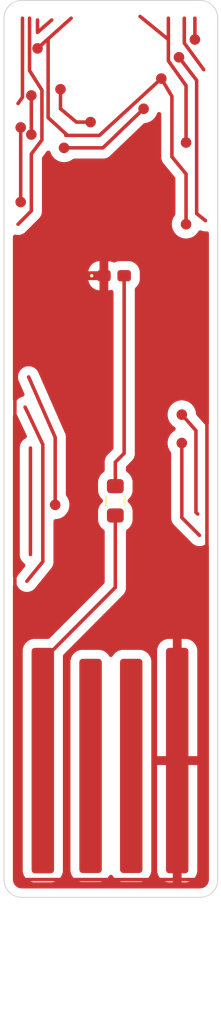
<source format=kicad_pcb>
(kicad_pcb (version 20241229) (generator "pcbnew") (generator_version "9.0")
  (layers (0 "F.Cu" signal) (2 "B.Cu" signal) (13 "F.Paste" user) (15 "B.Paste" user) (5 "F.SilkS" user "F.Silkscreen") (7 "B.SilkS" user "B.Silkscreen") (1 "F.Mask" user) (3 "B.Mask" user) (25 "Edge.Cuts" user))
  (net 0 "")
  (net 1 "GND")
  (net 2 "Net-(D1-A)")
  (net 3 "Net-(U1-VCC)")
  (footprint "Library:USB_A_PCB" (layer "F.Cu") (at 129.7 141.3)
    (property "Reference" "U1" (hide yes))
    (property "Value" "~")
    (pad "1" smd roundrect (at 0.7 -11.5) (size 1.27 12.7) (layers "F.Cu" "F.Mask" "F.Paste") (roundrect_rratio 0.15) (net 3 "Net-(U1-VCC)"))
    (pad "2" smd roundrect (at 3.4 -11.2) (size 1.27 12.065) (layers "F.Cu" "F.Mask" "F.Paste") (roundrect_rratio 0.15))
    (pad "3" smd roundrect (at 5.7 -11.2) (size 1.27 12.065) (layers "F.Cu" "F.Mask" "F.Paste") (roundrect_rratio 0.15))
    (pad "4" smd roundrect (at 8.3 -11.5) (size 1.27 12.7) (layers "F.Cu" "F.Mask" "F.Paste") (roundrect_rratio 0.15) (net 1 "GND"))
  )
  (footprint "LOGO" (layer "F.Cu") (at 134.5 99)
    (property "Reference" "G***" (hide yes))
    (property "Value" "LOGO" (hide yes))
  )
  (footprint "graphics:fish" (layer "F.Cu") (at 137.5 103.5)
    (property "Reference" "G***" (hide yes))
    (property "Value" "LOGO" (hide yes))
  )
  (footprint "MountingHole:MountingHole_2.1mm" (layer "F.Cu") (at 134 90)
    (property "Reference" "H1" (hide yes))
    (property "Value" "MountingHole" (hide yes))
    (pad "" np_thru_hole circle (at 0 0) (size 2.1 2.1) (drill 2.1) (layers "*.Cu" "*.Mask"))
  )
  (footprint "Resistor_SMD:R_0603_1608Metric" (layer "F.Cu") (at 134.5 115.175 90)
    (property "Reference" "R1" (hide yes))
    (property "Value" "R_US")
    (fp_line (start -0.237258 -0.5225) (end 0.237258 -0.5225) (stroke (width 0.12)) (layer "F.SilkS"))
    (fp_line (start -0.237258 0.5225) (end 0.237258 0.5225) (stroke (width 0.12)) (layer "F.SilkS"))
    (pad "1" smd roundrect (at -0.825 0 90) (size 0.8 0.95) (layers "F.Cu" "F.Mask" "F.Paste") (net 3 "Net-(U1-VCC)"))
    (pad "2" smd roundrect (at 0.825 0 90) (size 0.8 0.95) (layers "F.Cu" "F.Mask" "F.Paste") (net 2 "Net-(D1-A)"))
  )
  (footprint "graphics:swirl" (layer "F.Cu") (at 137.5 120 -90)
    (property "Reference" "G***" (hide yes))
    (property "Value" "LOGO" (hide yes))
  )
  (footprint "LED_SMD:LED_0402_1005Metric_Pad0.77x0.64mm_HandSolder" (layer "F.Cu") (at 134.4275 102.5)
    (property "Reference" "D1" (hide yes))
    (property "Value" "LED" (hide yes))
    (fp_circle (center -1.265 0) (end -1.215 0) (stroke (width 0.1)) (fill no) (layer "F.SilkS"))
    (pad "1" smd roundrect (at -0.5725 0) (size 0.765 0.64) (layers "F.Cu" "F.Mask" "F.Paste") (net 1 "GND"))
    (pad "2" smd roundrect (at 0.5725 0) (size 0.765 0.64) (layers "F.Cu" "F.Mask" "F.Paste") (net 2 "Net-(D1-A)"))
  )
  (footprint "graphics:fish" (layer "F.Cu") (at 131.5 102.5 180)
    (property "Reference" "G***" (hide yes))
    (property "Value" "LOGO" (hide yes))
  )
  (gr_line (start 133.6 94.6) (end 137.1 91.4) (stroke (width 0.2)) (layer "F.Cu"))
  (gr_line (start 131.1 111.6) (end 129.6 108.2) (stroke (width 0.2)) (layer "F.Cu"))
  (gr_line (start 130.35 94.85) (end 129.75 95.65) (stroke (width 0.2)) (layer "F.Cu"))
  (gr_line (start 129.7 112.2) (end 129.7 118.2) (stroke (width 0.2)) (layer "F.Cu"))
  (gr_line (start 138.5 96.771429) (end 137.7 95.8) (stroke (width 0.2)) (layer "F.Cu"))
  (gr_line (start 138.26 116.12) (end 139.26 117.12) (stroke (width 0.2)) (layer "F.Cu"))
  (gr_line (start 130.1 88.8) (end 130.1 88.1) (stroke (width 0.2)) (layer "F.Cu"))
  (gr_line (start 130.7 93.6) (end 130.7 89.2) (stroke (width 0.2)) (layer "F.Cu"))
  (gr_line (start 129.5 119.7) (end 130.4 118.6) (stroke (width 0.2)) (layer "F.Cu"))
  (gr_line (start 133.6 94.6) (end 131.8 94.6) (stroke (width 0.2)) (layer "F.Cu"))
  (gr_circle (center 129.75 92.35) (end 129.95 92.35) (stroke (width 0.2)) (fill no) (layer "F.Cu"))
  (gr_line (start 129.75 95.65) (end 129.75 98.85) (stroke (width 0.2)) (layer "F.Cu"))
  (gr_circle (center 130.1 89.7) (end 130.3 89.7) (stroke (width 0.2)) (fill no) (layer "F.Cu"))
  (gr_circle (center 138.1 90.2) (end 138.3 90.2) (stroke (width 0.2)) (fill no) (layer "F.Cu"))
  (gr_circle (center 131.4 92) (end 131.6 92) (stroke (width 0.2)) (fill no) (layer "F.Cu"))
  (gr_line (start 129.25 92.45) (end 129 92.8) (stroke (width 0.2)) (layer "F.Cu"))
  (gr_line (start 139.06 115.82) (end 139.06 111.22) (stroke (width 0.2)) (layer "F.Cu"))
  (gr_circle (center 129.15 94.15) (end 129.35 94.15) (stroke (width 0.2)) (fill no) (layer "F.Cu"))
  (gr_line (start 129.25 88) (end 129.25 89.95) (stroke (width 0.2)) (layer "F.Cu"))
  (gr_line (start 130.4 118.6) (end 130.4 112) (stroke (width 0.2)) (layer "F.Cu"))
  (gr_circle (center 139 89.2) (end 139.2 89.2) (stroke (width 0.2)) (fill no) (layer "F.Cu"))
  (gr_line (start 139.5 90.9) (end 138.4 89.4) (stroke (width 0.2)) (layer "F.Cu"))
  (gr_line (start 129.15 98.35) (end 129.15 94.15) (stroke (width 0.2)) (layer "F.Cu"))
  (gr_line (start 129.65 88) (end 129.65 90.95) (stroke (width 0.2)) (layer "F.Cu"))
  (gr_circle (center 131.1 115.4) (end 131.3 115.4) (stroke (width 0.2)) (fill no) (layer "F.Cu"))
  (gr_line (start 130.1 88.8) (end 130.9 88.1) (stroke (width 0.2)) (layer "F.Cu"))
  (gr_line (start 137.5 88) (end 137.5 90.4) (stroke (width 0.2)) (layer "F.Cu"))
  (gr_line (start 137.7 92.4) (end 137.7 95.8) (stroke (width 0.2)) (layer "F.Cu"))
  (gr_line (start 131.1 115.4) (end 131.1 111.6) (stroke (width 0.2)) (layer "F.Cu"))
  (gr_line (start 138.5 96.771429) (end 138.5 99.6) (stroke (width 0.2)) (layer "F.Cu"))
  (gr_line (start 139 88) (end 139 89.2) (stroke (width 0.2)) (layer "F.Cu"))
  (gr_line (start 138.1 90.2) (end 139.1 91.5) (stroke (width 0.2)) (layer "F.Cu"))
  (gr_line (start 130.35 92.05) (end 130.35 94.85) (stroke (width 0.2)) (layer "F.Cu"))
  (gr_line (start 129.25 91.35) (end 129.25 92.45) (stroke (width 0.2)) (layer "F.Cu"))
  (gr_line (start 131.8 94.6) (end 130.7 93.6) (stroke (width 0.2)) (layer "F.Cu"))
  (gr_line (start 139.06 111.22) (end 138.26 110.32) (stroke (width 0.2)) (layer "F.Cu"))
  (gr_line (start 139.1 91.5) (end 139.1 99) (stroke (width 0.2)) (layer "F.Cu"))
  (gr_line (start 130.4 112) (end 129.4 109.9) (stroke (width 0.2)) (layer "F.Cu"))
  (gr_line (start 137.1 91.4) (end 137.7 92.4) (stroke (width 0.2)) (layer "F.Cu"))
  (gr_line (start 131.6 95.3) (end 133.8 95.3) (stroke (width 0.2)) (layer "F.Cu"))
  (gr_circle (center 138.5 95) (end 138.7 95) (stroke (width 0.2)) (fill no) (layer "F.Cu"))
  (gr_line (start 132.3 93.85) (end 133.3 93.85) (stroke (width 0.2)) (layer "F.Cu"))
  (gr_circle (center 129.15 98.35) (end 129.35 98.35) (stroke (width 0.2)) (fill no) (layer "F.Cu"))
  (gr_line (start 129.75 94.55) (end 129.75 92.35) (stroke (width 0.2)) (layer "F.Cu"))
  (gr_line (start 139.6 99.4) (end 139.1 99) (stroke (width 0.2)) (layer "F.Cu"))
  (gr_line (start 130.1 89.7) (end 132 88) (stroke (width 0.2)) (layer "F.Cu"))
  (gr_line (start 131.4 93.1) (end 132.3 93.85) (stroke (width 0.2)) (layer "F.Cu"))
  (gr_line (start 133.8 95.3) (end 136.1 93.1) (stroke (width 0.2)) (layer "F.Cu"))
  (gr_circle (center 138.26 111.92) (end 138.46 111.92) (stroke (width 0.2)) (fill no) (layer "F.Cu"))
  (gr_line (start 138.4 89.4) (end 138.4 88) (stroke (width 0.2)) (layer "F.Cu"))
  (gr_circle (center 136.1 93.1) (end 136.3 93.1) (stroke (width 0.2)) (fill no) (layer "F.Cu"))
  (gr_line (start 139.16 115.92) (end 139.06 115.82) (stroke (width 0.2)) (layer "F.Cu"))
  (gr_circle (center 131.6 95.3) (end 131.8 95.3) (stroke (width 0.2)) (fill no) (layer "F.Cu"))
  (gr_line (start 129.65 90.95) (end 130.35 92.05) (stroke (width 0.2)) (layer "F.Cu"))
  (gr_line (start 129.75 98.85) (end 129 99.6) (stroke (width 0.2)) (layer "F.Cu"))
  (gr_line (start 131.4 93.1) (end 131.4 92) (stroke (width 0.2)) (layer "F.Cu"))
  (gr_circle (center 138.26 110.32) (end 138.46 110.32) (stroke (width 0.2)) (fill no) (layer "F.Cu"))
  (gr_circle (center 129.75 94.55) (end 129.95 94.55) (stroke (width 0.2)) (fill no) (layer "F.Cu"))
  (gr_line (start 131.8 94.6) (end 131.7 94.6) (stroke (width 0.2)) (layer "F.Cu"))
  (gr_circle (center 138.5 99.6) (end 138.7 99.6) (stroke (width 0.2)) (fill no) (layer "F.Cu"))
  (gr_line (start 138.26 111.92) (end 138.26 116.12) (stroke (width 0.2)) (layer "F.Cu"))
  (gr_line (start 137.5 89.2) (end 135.9 87.9) (stroke (width 0.2)) (layer "F.Cu"))
  (gr_circle (center 137.1 91.4) (end 137.3 91.4) (stroke (width 0.2)) (fill no) (layer "F.Cu"))
  (gr_line (start 137.5 90.4) (end 138.5 91.8) (stroke (width 0.2)) (layer "F.Cu"))
  (gr_circle (center 133.1 93.85) (end 133.3 93.85) (stroke (width 0.2)) (fill no) (layer "F.Cu"))
  (gr_rect (start 128.82 101.34) (end 139.68 136.5) (stroke (width 0.2)) (fill no) (layer "F.Cu") (net 1))
  (gr_line (start 138.5 91.8) (end 138.5 95) (stroke (width 0.2)) (layer "F.Cu"))
  (gr_line (start 129.25 89.95) (end 129.25 91.35) (stroke (width 0.2)) (layer "F.Cu"))
  (gr_line (start 140.2929 88) (end 140.292893 136.5) (stroke (width 0.05)) (layer "Edge.Cuts"))
  (gr_line (start 139.3 137.5) (end 129.2 137.5) (stroke (width 0.05)) (layer "Edge.Cuts"))
  (gr_line (start 129.207107 87) (end 139.292893 87) (stroke (width 0.05)) (layer "Edge.Cuts"))
  (gr_line (start 128.207107 136.503741) (end 128.207107 88) (stroke (width 0.05)) (layer "Edge.Cuts"))
  (gr_arc (start 140.292893 136.5) (mid 140 137.207107) (end 139.292893 137.5) (stroke (width 0.05)) (layer "Edge.Cuts"))
  (gr_arc (start 139.292893 87) (mid 140 87.292893) (end 140.292893 88) (stroke (width 0.05)) (layer "Edge.Cuts"))
  (gr_arc (start 129.207107 137.5) (mid 128.5 137.207107) (end 128.207107 136.5) (stroke (width 0.05)) (layer "Edge.Cuts"))
  (gr_arc (start 128.207107 88) (mid 128.5 87.292893) (end 129.207107 87) (stroke (width 0.05)) (layer "Edge.Cuts"))
  (segment (start 134.5 113) (end 135 112.5) (width 0.2) (layer "F.Cu") (net 2))
  (segment (start 134.5 114.35) (end 134.5 113) (width 0.2) (layer "F.Cu") (net 2))
  (segment (start 135 112.5) (end 135 102.5) (width 0.2) (layer "F.Cu") (net 2))
  (segment (start 130.4 130.5) (end 130.4 124.15) (width 0.2) (layer "F.Cu") (net 3))
  (segment (start 134.5 120.05) (end 134.5 116) (width 0.2) (layer "F.Cu") (net 3))
  (segment (start 130.4 124.15) (end 134.5 120.05) (width 0.2) (layer "F.Cu") (net 3))
  (zone (net 1) (net_name "GND") (layer "F.Cu") (connect_pads (clearance 0.5)) (min_thickness 0.25) (fill yes (thermal_gap 0.5) (thermal_bridge_width 0.5))
    (polygon (pts (xy 128.374999 92.5) (xy 140.5 92.5) (xy 140.5 140) (xy 127.979166 140)))
  )
)
</source>
